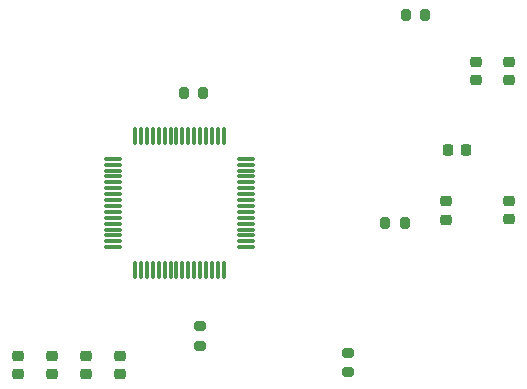
<source format=gbr>
%TF.GenerationSoftware,KiCad,Pcbnew,8.0.6*%
%TF.CreationDate,2024-10-28T16:17:03-03:00*%
%TF.ProjectId,CW312T_STM32F,43573331-3254-45f5-9354-4d3332462e6b,rev?*%
%TF.SameCoordinates,Original*%
%TF.FileFunction,Paste,Top*%
%TF.FilePolarity,Positive*%
%FSLAX46Y46*%
G04 Gerber Fmt 4.6, Leading zero omitted, Abs format (unit mm)*
G04 Created by KiCad (PCBNEW 8.0.6) date 2024-10-28 16:17:03*
%MOMM*%
%LPD*%
G01*
G04 APERTURE LIST*
G04 Aperture macros list*
%AMRoundRect*
0 Rectangle with rounded corners*
0 $1 Rounding radius*
0 $2 $3 $4 $5 $6 $7 $8 $9 X,Y pos of 4 corners*
0 Add a 4 corners polygon primitive as box body*
4,1,4,$2,$3,$4,$5,$6,$7,$8,$9,$2,$3,0*
0 Add four circle primitives for the rounded corners*
1,1,$1+$1,$2,$3*
1,1,$1+$1,$4,$5*
1,1,$1+$1,$6,$7*
1,1,$1+$1,$8,$9*
0 Add four rect primitives between the rounded corners*
20,1,$1+$1,$2,$3,$4,$5,0*
20,1,$1+$1,$4,$5,$6,$7,0*
20,1,$1+$1,$6,$7,$8,$9,0*
20,1,$1+$1,$8,$9,$2,$3,0*%
G04 Aperture macros list end*
%ADD10RoundRect,0.200000X-0.275000X0.200000X-0.275000X-0.200000X0.275000X-0.200000X0.275000X0.200000X0*%
%ADD11RoundRect,0.225000X-0.225000X-0.250000X0.225000X-0.250000X0.225000X0.250000X-0.225000X0.250000X0*%
%ADD12RoundRect,0.200000X0.200000X0.275000X-0.200000X0.275000X-0.200000X-0.275000X0.200000X-0.275000X0*%
%ADD13RoundRect,0.075000X0.662500X0.075000X-0.662500X0.075000X-0.662500X-0.075000X0.662500X-0.075000X0*%
%ADD14RoundRect,0.075000X0.075000X0.662500X-0.075000X0.662500X-0.075000X-0.662500X0.075000X-0.662500X0*%
%ADD15RoundRect,0.225000X-0.250000X0.225000X-0.250000X-0.225000X0.250000X-0.225000X0.250000X0.225000X0*%
%ADD16RoundRect,0.200000X-0.200000X-0.275000X0.200000X-0.275000X0.200000X0.275000X-0.200000X0.275000X0*%
G04 APERTURE END LIST*
D10*
%TO.C,R2*%
X138250000Y-98850000D03*
X138250000Y-100500000D03*
%TD*%
D11*
%TO.C,C5*%
X159250000Y-83900000D03*
X160800000Y-83900000D03*
%TD*%
D12*
%TO.C,R4*%
X157300000Y-72500000D03*
X155650000Y-72500000D03*
%TD*%
D13*
%TO.C,U1*%
X142162500Y-92162500D03*
X142162500Y-91662500D03*
X142162500Y-91162500D03*
X142162500Y-90662500D03*
X142162500Y-90162500D03*
X142162500Y-89662500D03*
X142162500Y-89162500D03*
X142162500Y-88662500D03*
X142162500Y-88162500D03*
X142162500Y-87662500D03*
X142162500Y-87162500D03*
X142162500Y-86662500D03*
X142162500Y-86162500D03*
X142162500Y-85662500D03*
X142162500Y-85162500D03*
X142162500Y-84662500D03*
D14*
X140250000Y-82750000D03*
X139750000Y-82750000D03*
X139250000Y-82750000D03*
X138750000Y-82750000D03*
X138250000Y-82750000D03*
X137750000Y-82750000D03*
X137250000Y-82750000D03*
X136750000Y-82750000D03*
X136250000Y-82750000D03*
X135750000Y-82750000D03*
X135250000Y-82750000D03*
X134750000Y-82750000D03*
X134250000Y-82750000D03*
X133750000Y-82750000D03*
X133250000Y-82750000D03*
X132750000Y-82750000D03*
D13*
X130837500Y-84662500D03*
X130837500Y-85162500D03*
X130837500Y-85662500D03*
X130837500Y-86162500D03*
X130837500Y-86662500D03*
X130837500Y-87162500D03*
X130837500Y-87662500D03*
X130837500Y-88162500D03*
X130837500Y-88662500D03*
X130837500Y-89162500D03*
X130837500Y-89662500D03*
X130837500Y-90162500D03*
X130837500Y-90662500D03*
X130837500Y-91162500D03*
X130837500Y-91662500D03*
X130837500Y-92162500D03*
D14*
X132750000Y-94075000D03*
X133250000Y-94075000D03*
X133750000Y-94075000D03*
X134250000Y-94075000D03*
X134750000Y-94075000D03*
X135250000Y-94075000D03*
X135750000Y-94075000D03*
X136250000Y-94075000D03*
X136750000Y-94075000D03*
X137250000Y-94075000D03*
X137750000Y-94075000D03*
X138250000Y-94075000D03*
X138750000Y-94075000D03*
X139250000Y-94075000D03*
X139750000Y-94075000D03*
X140250000Y-94075000D03*
%TD*%
D15*
%TO.C,C3*%
X164400000Y-76450000D03*
X164400000Y-78000000D03*
%TD*%
%TO.C,C2*%
X159100000Y-88275000D03*
X159100000Y-89825000D03*
%TD*%
D10*
%TO.C,R3*%
X150750000Y-101100000D03*
X150750000Y-102750000D03*
%TD*%
D15*
%TO.C,C4*%
X161650000Y-76450000D03*
X161650000Y-78000000D03*
%TD*%
%TO.C,C1*%
X164400000Y-88200000D03*
X164400000Y-89750000D03*
%TD*%
D12*
%TO.C,R5*%
X155600000Y-90100000D03*
X153950000Y-90100000D03*
%TD*%
D15*
%TO.C,C8*%
X125700000Y-101350000D03*
X125700000Y-102900000D03*
%TD*%
D16*
%TO.C,R1*%
X136850000Y-79100000D03*
X138500000Y-79100000D03*
%TD*%
D15*
%TO.C,C7*%
X128600000Y-101325000D03*
X128600000Y-102875000D03*
%TD*%
%TO.C,C6*%
X131500000Y-101375000D03*
X131500000Y-102925000D03*
%TD*%
%TO.C,C9*%
X122850000Y-101375000D03*
X122850000Y-102925000D03*
%TD*%
M02*

</source>
